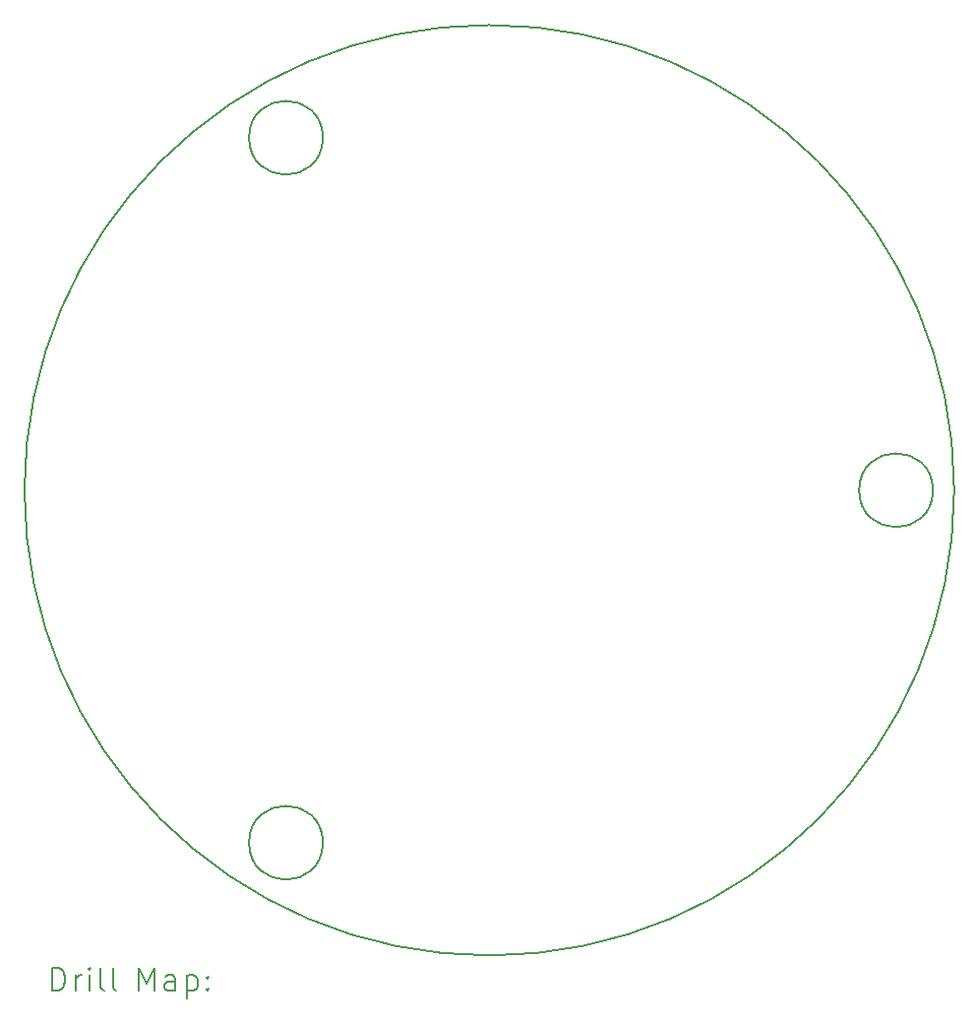
<source format=gbr>
%TF.GenerationSoftware,KiCad,Pcbnew,(7.0.0)*%
%TF.CreationDate,2023-03-06T20:17:08-06:00*%
%TF.ProjectId,GEM.0.02,47454d2e-302e-4303-922e-6b696361645f,rev?*%
%TF.SameCoordinates,Original*%
%TF.FileFunction,Drillmap*%
%TF.FilePolarity,Positive*%
%FSLAX45Y45*%
G04 Gerber Fmt 4.5, Leading zero omitted, Abs format (unit mm)*
G04 Created by KiCad (PCBNEW (7.0.0)) date 2023-03-06 20:17:08*
%MOMM*%
%LPD*%
G01*
G04 APERTURE LIST*
%ADD10C,0.200000*%
G04 APERTURE END LIST*
D10*
X11267500Y-13191089D02*
G75*
G03*
X11267500Y-13191089I-317500J0D01*
G01*
X11267500Y-7128911D02*
G75*
G03*
X11267500Y-7128911I-317500J0D01*
G01*
X16700000Y-10160000D02*
G75*
G03*
X16700000Y-10160000I-4000000J0D01*
G01*
X16517500Y-10160000D02*
G75*
G03*
X16517500Y-10160000I-317500J0D01*
G01*
X8937619Y-14463476D02*
X8937619Y-14263476D01*
X8937619Y-14263476D02*
X8985238Y-14263476D01*
X8985238Y-14263476D02*
X9013810Y-14273000D01*
X9013810Y-14273000D02*
X9032857Y-14292048D01*
X9032857Y-14292048D02*
X9042381Y-14311095D01*
X9042381Y-14311095D02*
X9051905Y-14349190D01*
X9051905Y-14349190D02*
X9051905Y-14377762D01*
X9051905Y-14377762D02*
X9042381Y-14415857D01*
X9042381Y-14415857D02*
X9032857Y-14434905D01*
X9032857Y-14434905D02*
X9013810Y-14453952D01*
X9013810Y-14453952D02*
X8985238Y-14463476D01*
X8985238Y-14463476D02*
X8937619Y-14463476D01*
X9137619Y-14463476D02*
X9137619Y-14330143D01*
X9137619Y-14368238D02*
X9147143Y-14349190D01*
X9147143Y-14349190D02*
X9156667Y-14339667D01*
X9156667Y-14339667D02*
X9175714Y-14330143D01*
X9175714Y-14330143D02*
X9194762Y-14330143D01*
X9261429Y-14463476D02*
X9261429Y-14330143D01*
X9261429Y-14263476D02*
X9251905Y-14273000D01*
X9251905Y-14273000D02*
X9261429Y-14282524D01*
X9261429Y-14282524D02*
X9270952Y-14273000D01*
X9270952Y-14273000D02*
X9261429Y-14263476D01*
X9261429Y-14263476D02*
X9261429Y-14282524D01*
X9385238Y-14463476D02*
X9366190Y-14453952D01*
X9366190Y-14453952D02*
X9356667Y-14434905D01*
X9356667Y-14434905D02*
X9356667Y-14263476D01*
X9490000Y-14463476D02*
X9470952Y-14453952D01*
X9470952Y-14453952D02*
X9461429Y-14434905D01*
X9461429Y-14434905D02*
X9461429Y-14263476D01*
X9686190Y-14463476D02*
X9686190Y-14263476D01*
X9686190Y-14263476D02*
X9752857Y-14406333D01*
X9752857Y-14406333D02*
X9819524Y-14263476D01*
X9819524Y-14263476D02*
X9819524Y-14463476D01*
X10000476Y-14463476D02*
X10000476Y-14358714D01*
X10000476Y-14358714D02*
X9990952Y-14339667D01*
X9990952Y-14339667D02*
X9971905Y-14330143D01*
X9971905Y-14330143D02*
X9933809Y-14330143D01*
X9933809Y-14330143D02*
X9914762Y-14339667D01*
X10000476Y-14453952D02*
X9981429Y-14463476D01*
X9981429Y-14463476D02*
X9933809Y-14463476D01*
X9933809Y-14463476D02*
X9914762Y-14453952D01*
X9914762Y-14453952D02*
X9905238Y-14434905D01*
X9905238Y-14434905D02*
X9905238Y-14415857D01*
X9905238Y-14415857D02*
X9914762Y-14396809D01*
X9914762Y-14396809D02*
X9933809Y-14387286D01*
X9933809Y-14387286D02*
X9981429Y-14387286D01*
X9981429Y-14387286D02*
X10000476Y-14377762D01*
X10095714Y-14330143D02*
X10095714Y-14530143D01*
X10095714Y-14339667D02*
X10114762Y-14330143D01*
X10114762Y-14330143D02*
X10152857Y-14330143D01*
X10152857Y-14330143D02*
X10171905Y-14339667D01*
X10171905Y-14339667D02*
X10181429Y-14349190D01*
X10181429Y-14349190D02*
X10190952Y-14368238D01*
X10190952Y-14368238D02*
X10190952Y-14425381D01*
X10190952Y-14425381D02*
X10181429Y-14444428D01*
X10181429Y-14444428D02*
X10171905Y-14453952D01*
X10171905Y-14453952D02*
X10152857Y-14463476D01*
X10152857Y-14463476D02*
X10114762Y-14463476D01*
X10114762Y-14463476D02*
X10095714Y-14453952D01*
X10276667Y-14444428D02*
X10286190Y-14453952D01*
X10286190Y-14453952D02*
X10276667Y-14463476D01*
X10276667Y-14463476D02*
X10267143Y-14453952D01*
X10267143Y-14453952D02*
X10276667Y-14444428D01*
X10276667Y-14444428D02*
X10276667Y-14463476D01*
X10276667Y-14339667D02*
X10286190Y-14349190D01*
X10286190Y-14349190D02*
X10276667Y-14358714D01*
X10276667Y-14358714D02*
X10267143Y-14349190D01*
X10267143Y-14349190D02*
X10276667Y-14339667D01*
X10276667Y-14339667D02*
X10276667Y-14358714D01*
M02*

</source>
